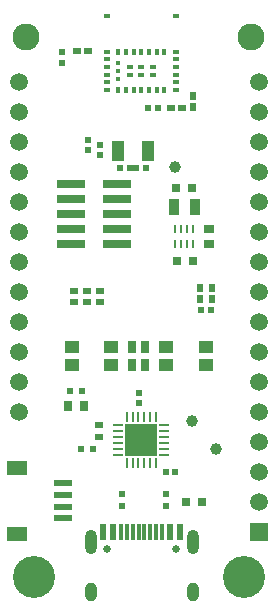
<source format=gbr>
%TF.GenerationSoftware,Altium Limited,Altium Designer,20.0.10 (225)*%
G04 Layer_Color=255*
%FSLAX26Y26*%
%MOIN*%
%TF.FileFunction,Pads,Top*%
%TF.Part,Single*%
G01*
G75*
%TA.AperFunction,SMDPad,CuDef*%
%ADD10R,0.030000X0.032000*%
%ADD11R,0.023622X0.021654*%
%ADD12R,0.023622X0.019685*%
%ADD13C,0.039370*%
%ADD14R,0.029528X0.031496*%
%ADD15R,0.031496X0.039370*%
%ADD16R,0.019685X0.023622*%
%ADD17R,0.025591X0.019685*%
%ADD18R,0.027559X0.019685*%
%ADD19R,0.021654X0.023622*%
%ADD20R,0.033465X0.055118*%
%ADD21R,0.019685X0.025591*%
%TA.AperFunction,ConnectorPad*%
%ADD22R,0.023622X0.057087*%
%ADD23R,0.011811X0.057087*%
%TA.AperFunction,SMDPad,CuDef*%
G04:AMPARAMS|DCode=24|XSize=23.622mil|YSize=9.842mil|CornerRadius=1.968mil|HoleSize=0mil|Usage=FLASHONLY|Rotation=90.000|XOffset=0mil|YOffset=0mil|HoleType=Round|Shape=RoundedRectangle|*
%AMROUNDEDRECTD24*
21,1,0.023622,0.005906,0,0,90.0*
21,1,0.019685,0.009842,0,0,90.0*
1,1,0.003937,0.002953,0.009842*
1,1,0.003937,0.002953,-0.009842*
1,1,0.003937,-0.002953,-0.009842*
1,1,0.003937,-0.002953,0.009842*
%
%ADD24ROUNDEDRECTD24*%
%ADD25R,0.035433X0.031496*%
%ADD26R,0.024000X0.022000*%
%ADD27R,0.010236X0.031890*%
%ADD28R,0.031890X0.010236*%
%ADD29R,0.105512X0.105512*%
%ADD30R,0.022000X0.024000*%
%TA.AperFunction,ConnectorPad*%
%ADD31R,0.023622X0.011811*%
%TA.AperFunction,SMDPad,CuDef*%
%ADD32R,0.011811X0.011811*%
%TA.AperFunction,ConnectorPad*%
%ADD33R,0.011811X0.023622*%
%TA.AperFunction,SMDPad,CuDef*%
%ADD34R,0.045276X0.041339*%
%ADD35R,0.039370X0.070866*%
%ADD36R,0.019685X0.027559*%
%ADD37R,0.070866X0.047244*%
%ADD38R,0.061024X0.023622*%
%ADD39R,0.094488X0.029921*%
%TA.AperFunction,ComponentPad*%
%ADD45O,0.039370X0.062992*%
%ADD46O,0.039370X0.082677*%
%ADD47C,0.025591*%
%ADD48C,0.090000*%
%ADD49C,0.140000*%
%ADD50R,0.059370X0.059370*%
%ADD51C,0.059370*%
D10*
X419547Y866913D02*
D03*
X474547D02*
D03*
D11*
X427362Y914253D02*
D03*
X466732D02*
D03*
D12*
X464378Y722016D02*
D03*
X503748D02*
D03*
D13*
X834457Y815638D02*
D03*
X914367Y722009D02*
D03*
X778354Y1662596D02*
D03*
D14*
X865953Y545173D02*
D03*
X812804D02*
D03*
X834457Y1591088D02*
D03*
X781308D02*
D03*
X785245Y1350025D02*
D03*
X838394D02*
D03*
D15*
X635075Y1001968D02*
D03*
X678382D02*
D03*
X635075Y1061024D02*
D03*
X678382D02*
D03*
D16*
X401575Y2047244D02*
D03*
Y2007874D02*
D03*
D17*
X488284Y2049212D02*
D03*
X450882D02*
D03*
X802165Y1860236D02*
D03*
X764764D02*
D03*
D18*
X523622Y761386D02*
D03*
Y800756D02*
D03*
X440158Y1210803D02*
D03*
Y1250173D02*
D03*
X484063Y1210803D02*
D03*
Y1250173D02*
D03*
X527968Y1210803D02*
D03*
Y1250173D02*
D03*
D19*
X748028Y533465D02*
D03*
Y572835D02*
D03*
X602126Y531516D02*
D03*
Y570886D02*
D03*
D20*
X842331Y1530559D02*
D03*
X773433D02*
D03*
D21*
X836614Y1898622D02*
D03*
Y1861220D02*
D03*
D22*
X793701Y446654D02*
D03*
X762205D02*
D03*
X569291D02*
D03*
X537795D02*
D03*
D23*
X655905D02*
D03*
X636221D02*
D03*
X616535D02*
D03*
X596850D02*
D03*
X734646D02*
D03*
X714961D02*
D03*
X695276D02*
D03*
X675591D02*
D03*
D24*
X778354Y1455501D02*
D03*
X798040D02*
D03*
X817724D02*
D03*
X837410D02*
D03*
Y1404321D02*
D03*
X817724D02*
D03*
X798040D02*
D03*
X778354D02*
D03*
D25*
X888981Y1455501D02*
D03*
Y1404320D02*
D03*
D26*
X655905Y909216D02*
D03*
Y876216D02*
D03*
X488736Y1753544D02*
D03*
Y1720544D02*
D03*
X527559Y1703775D02*
D03*
Y1736775D02*
D03*
D27*
X615991Y674575D02*
D03*
X635676D02*
D03*
X655361D02*
D03*
X675046D02*
D03*
X694731D02*
D03*
X714416D02*
D03*
Y828512D02*
D03*
X694731D02*
D03*
X675046D02*
D03*
X655361D02*
D03*
X635676D02*
D03*
X615991D02*
D03*
D28*
X742172Y702331D02*
D03*
Y722016D02*
D03*
Y741701D02*
D03*
Y761386D02*
D03*
Y781071D02*
D03*
Y800756D02*
D03*
X588235D02*
D03*
Y781071D02*
D03*
Y761386D02*
D03*
Y741701D02*
D03*
Y722016D02*
D03*
Y702331D02*
D03*
D29*
X665204Y751543D02*
D03*
D30*
X778705Y645173D02*
D03*
X745705D02*
D03*
X721224Y1860236D02*
D03*
X688224D02*
D03*
X896418Y1187181D02*
D03*
X863418D02*
D03*
X592662Y1658071D02*
D03*
X625662D02*
D03*
X648855D02*
D03*
X681855D02*
D03*
D31*
X704725Y1970473D02*
D03*
X665355D02*
D03*
X625984D02*
D03*
X704725Y1996063D02*
D03*
X665355D02*
D03*
X625984D02*
D03*
X779528Y1919291D02*
D03*
Y1944882D02*
D03*
Y1970473D02*
D03*
Y1996063D02*
D03*
Y2021654D02*
D03*
X551181Y1919291D02*
D03*
Y1944882D02*
D03*
Y1970473D02*
D03*
Y1996063D02*
D03*
Y2021654D02*
D03*
X779528Y2047244D02*
D03*
Y2165354D02*
D03*
X551181Y2047244D02*
D03*
Y2165354D02*
D03*
D32*
X588583Y2007874D02*
D03*
Y1982284D02*
D03*
Y1956693D02*
D03*
D33*
X742126Y1920276D02*
D03*
X716536D02*
D03*
X690945D02*
D03*
X665355D02*
D03*
X639764D02*
D03*
X614173D02*
D03*
X588583D02*
D03*
X742126Y2047244D02*
D03*
X716536D02*
D03*
X690945D02*
D03*
X665355D02*
D03*
X639764D02*
D03*
X614173D02*
D03*
X588583D02*
D03*
D34*
X879918Y1061024D02*
D03*
Y1003940D02*
D03*
X748031Y1061024D02*
D03*
X748028Y1003937D02*
D03*
X433068D02*
D03*
X433071Y1061024D02*
D03*
X564957Y1003940D02*
D03*
Y1061024D02*
D03*
D35*
X686207Y1715390D02*
D03*
X587782D02*
D03*
D36*
X899603Y1222614D02*
D03*
X860233D02*
D03*
X860233Y1258047D02*
D03*
X899603D02*
D03*
D37*
X251197Y439882D02*
D03*
Y660354D02*
D03*
D38*
X403756Y609173D02*
D03*
Y569803D02*
D03*
Y530433D02*
D03*
Y491063D02*
D03*
D39*
X582677Y1606299D02*
D03*
Y1556299D02*
D03*
Y1506299D02*
D03*
Y1456299D02*
D03*
Y1406299D02*
D03*
X429134Y1606299D02*
D03*
Y1556299D02*
D03*
Y1506299D02*
D03*
Y1456299D02*
D03*
Y1406299D02*
D03*
D45*
X835827Y246063D02*
D03*
X495669D02*
D03*
D46*
X835827Y410630D02*
D03*
X495669D02*
D03*
D47*
X779528Y389764D02*
D03*
X551968D02*
D03*
D48*
X1031756Y2095173D02*
D03*
X281756D02*
D03*
D49*
X306756Y295173D02*
D03*
X1006756D02*
D03*
D50*
X1056756Y445173D02*
D03*
D51*
Y545173D02*
D03*
Y645173D02*
D03*
Y745173D02*
D03*
Y845173D02*
D03*
Y945173D02*
D03*
Y1045173D02*
D03*
Y1145173D02*
D03*
Y1245173D02*
D03*
Y1345173D02*
D03*
Y1445173D02*
D03*
Y1545173D02*
D03*
Y1645173D02*
D03*
Y1745173D02*
D03*
Y1845173D02*
D03*
Y1945173D02*
D03*
X256756Y845173D02*
D03*
Y945173D02*
D03*
Y1045173D02*
D03*
Y1145173D02*
D03*
Y1245173D02*
D03*
Y1345173D02*
D03*
Y1445173D02*
D03*
Y1545173D02*
D03*
Y1645173D02*
D03*
Y1745173D02*
D03*
Y1845173D02*
D03*
Y1945173D02*
D03*
%TF.MD5,f4a9cb98b0b2fb8c5a2a5a0d581e96c4*%
M02*

</source>
